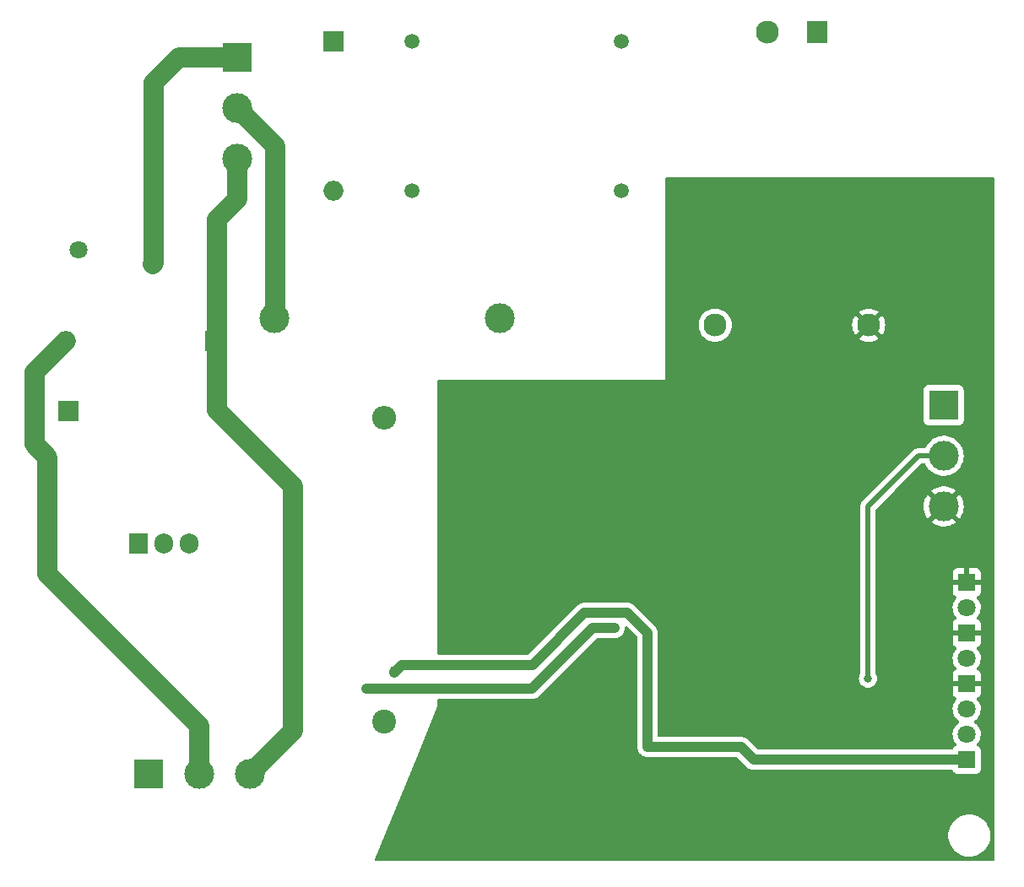
<source format=gbl>
%TF.GenerationSoftware,KiCad,Pcbnew,(6.0.4)*%
%TF.CreationDate,2022-05-12T18:27:44+02:00*%
%TF.ProjectId,projekt_1,70726f6a-656b-4745-9f31-2e6b69636164,rev?*%
%TF.SameCoordinates,Original*%
%TF.FileFunction,Copper,L2,Bot*%
%TF.FilePolarity,Positive*%
%FSLAX46Y46*%
G04 Gerber Fmt 4.6, Leading zero omitted, Abs format (unit mm)*
G04 Created by KiCad (PCBNEW (6.0.4)) date 2022-05-12 18:27:44*
%MOMM*%
%LPD*%
G01*
G04 APERTURE LIST*
%TA.AperFunction,ComponentPad*%
%ADD10C,3.000000*%
%TD*%
%TA.AperFunction,ComponentPad*%
%ADD11O,1.905000X2.000000*%
%TD*%
%TA.AperFunction,ComponentPad*%
%ADD12R,1.905000X2.000000*%
%TD*%
%TA.AperFunction,ComponentPad*%
%ADD13R,1.800000X1.800000*%
%TD*%
%TA.AperFunction,ComponentPad*%
%ADD14C,1.800000*%
%TD*%
%TA.AperFunction,ComponentPad*%
%ADD15R,3.000000X3.000000*%
%TD*%
%TA.AperFunction,ComponentPad*%
%ADD16C,1.500000*%
%TD*%
%TA.AperFunction,ComponentPad*%
%ADD17R,2.000000X2.000000*%
%TD*%
%TA.AperFunction,ComponentPad*%
%ADD18O,2.000000X2.000000*%
%TD*%
%TA.AperFunction,ComponentPad*%
%ADD19C,2.400000*%
%TD*%
%TA.AperFunction,ComponentPad*%
%ADD20O,2.400000X2.400000*%
%TD*%
%TA.AperFunction,ComponentPad*%
%ADD21R,2.000000X2.300000*%
%TD*%
%TA.AperFunction,ComponentPad*%
%ADD22C,2.300000*%
%TD*%
%TA.AperFunction,ViaPad*%
%ADD23C,0.800000*%
%TD*%
%TA.AperFunction,ViaPad*%
%ADD24C,1.000000*%
%TD*%
%TA.AperFunction,Conductor*%
%ADD25C,0.500000*%
%TD*%
%TA.AperFunction,Conductor*%
%ADD26C,2.000000*%
%TD*%
%TA.AperFunction,Conductor*%
%ADD27C,1.000000*%
%TD*%
G04 APERTURE END LIST*
D10*
%TO.P,F2,1*%
%TO.N,Net-(F1-Pad2)*%
X72260000Y-49733200D03*
%TO.P,F2,2*%
%TO.N,Net-(F2-Pad2)*%
X49660000Y-49733200D03*
%TD*%
D11*
%TO.P,Q2,3,G*%
%TO.N,Net-(Q2-Pad3)*%
X41122600Y-72263200D03*
%TO.P,Q2,2,A2*%
%TO.N,/L*%
X38582600Y-72263200D03*
D12*
%TO.P,Q2,1,A1*%
%TO.N,Net-(C3-Pad2)*%
X36042600Y-72263200D03*
%TD*%
D13*
%TO.P,D2,1,K*%
%TO.N,GND*%
X119126000Y-81280000D03*
D14*
%TO.P,D2,2,A*%
%TO.N,Net-(D2-Pad2)*%
X119126000Y-83820000D03*
%TD*%
D13*
%TO.P,D3,1,K*%
%TO.N,/Drain*%
X119126000Y-93980000D03*
D14*
%TO.P,D3,2,A*%
%TO.N,Net-(D3-Pad2)*%
X119126000Y-91440000D03*
%TD*%
D13*
%TO.P,D4,1,K*%
%TO.N,GND*%
X119126000Y-76195000D03*
D14*
%TO.P,D4,2,A*%
%TO.N,Net-(D4-Pad2)*%
X119126000Y-78735000D03*
%TD*%
D15*
%TO.P,J1,1,Pin_1*%
%TO.N,+5V*%
X116814600Y-58420000D03*
D10*
%TO.P,J1,2,Pin_2*%
%TO.N,/OneWire*%
X116814600Y-63500000D03*
%TO.P,J1,3,Pin_3*%
%TO.N,GND*%
X116814600Y-68580000D03*
%TD*%
D16*
%TO.P,FL1,1,N1_1*%
%TO.N,/N*%
X63510000Y-21913200D03*
%TO.P,FL1,2,N1_2*%
%TO.N,/L*%
X63510000Y-36913200D03*
%TO.P,FL1,3,N2_1*%
%TO.N,Net-(FL1-Pad3)*%
X84510000Y-36913200D03*
%TO.P,FL1,4,N2_2*%
%TO.N,Net-(FL1-Pad4)*%
X84510000Y-21913200D03*
%TD*%
D13*
%TO.P,D1,1,K*%
%TO.N,GND*%
X119126000Y-86355000D03*
D14*
%TO.P,D1,2,A*%
%TO.N,Net-(D1-Pad2)*%
X119126000Y-88895000D03*
%TD*%
D17*
%TO.P,C2xclass3,1*%
%TO.N,/L*%
X29050600Y-59043700D03*
D18*
%TO.P,C2xclass3,2*%
%TO.N,Earth_Protective*%
X44050600Y-59043700D03*
%TD*%
D15*
%TO.P,J3,1,Pin_1*%
%TO.N,Net-(C3-Pad2)*%
X37058600Y-95453200D03*
D10*
%TO.P,J3,2,Pin_2*%
%TO.N,/N*%
X42138600Y-95453200D03*
%TO.P,J3,3,Pin_3*%
%TO.N,Earth_Protective*%
X47218600Y-95453200D03*
%TD*%
D18*
%TO.P,C2xclass2,2*%
%TO.N,/N*%
X28796600Y-51954700D03*
D17*
%TO.P,C2xclass2,1*%
%TO.N,Earth_Protective*%
X43796600Y-51954700D03*
%TD*%
D10*
%TO.P,J6,3,Pin_3*%
%TO.N,Earth_Protective*%
X45948600Y-33655200D03*
%TO.P,J6,2,Pin_2*%
%TO.N,Net-(F2-Pad2)*%
X45948600Y-28575200D03*
D15*
%TO.P,J6,1,Pin_1*%
%TO.N,/N*%
X45948600Y-23495200D03*
%TD*%
D19*
%TO.P,F1,1*%
%TO.N,/L*%
X60706000Y-90170000D03*
D20*
%TO.P,F1,2*%
%TO.N,Net-(F1-Pad2)*%
X60706000Y-59690000D03*
%TD*%
D14*
%TO.P,RV1,2*%
%TO.N,/L*%
X30006600Y-42861200D03*
%TO.P,RV1,1*%
%TO.N,/N*%
X37506600Y-44261200D03*
%TD*%
D21*
%TO.P,PS1,1,AC/L*%
%TO.N,Net-(FL1-Pad3)*%
X104100000Y-20997500D03*
D22*
%TO.P,PS1,2,AC/N*%
%TO.N,Net-(FL1-Pad4)*%
X99100000Y-20997500D03*
%TO.P,PS1,3,-Vout*%
%TO.N,GND*%
X109300000Y-50397500D03*
%TO.P,PS1,4,+Vout*%
%TO.N,+5V*%
X93900000Y-50397500D03*
%TD*%
D17*
%TO.P,C2xclass1,1*%
%TO.N,/N*%
X55637500Y-21913200D03*
D18*
%TO.P,C2xclass1,2*%
%TO.N,/L*%
X55637500Y-36913200D03*
%TD*%
D23*
%TO.N,GND*%
X64490600Y-95885200D03*
X92684600Y-100965200D03*
X103098600Y-100711200D03*
X96748600Y-82423200D03*
X100304600Y-54483200D03*
X117068600Y-49911200D03*
X101574600Y-45847200D03*
X115290600Y-40259200D03*
X93954600Y-39751200D03*
X85826600Y-59563200D03*
X97002600Y-100457200D03*
X110210600Y-102997200D03*
X117322600Y-96901200D03*
X112242600Y-78359200D03*
X114274600Y-73279200D03*
X96494600Y-67437200D03*
X110718600Y-62357200D03*
X79476600Y-73279200D03*
X85826600Y-69977200D03*
X79222600Y-63373200D03*
X83540600Y-91059200D03*
X82270600Y-85725200D03*
X77444600Y-91313200D03*
X62712600Y-100203200D03*
X72364600Y-100457200D03*
X68554600Y-102997200D03*
X66776600Y-100965200D03*
X113258600Y-100457200D03*
X74930000Y-102489200D03*
X108940600Y-96393200D03*
%TO.N,/Drain*%
X87122000Y-92710000D03*
D24*
X61696600Y-85090000D03*
D23*
%TO.N,/OneWire*%
X109220000Y-85852000D03*
%TO.N,Net-(R5-Pad1)*%
X83820000Y-80772000D03*
D24*
X58928000Y-86868000D03*
%TD*%
D25*
%TO.N,/OneWire*%
X114300000Y-63500000D02*
X116814600Y-63500000D01*
X109220000Y-68580000D02*
X114300000Y-63500000D01*
X109220000Y-85852000D02*
X109220000Y-68580000D01*
D26*
%TO.N,Earth_Protective*%
X51536600Y-91135200D02*
X47218600Y-95453200D01*
X44050600Y-59043700D02*
X51536600Y-66529700D01*
X51536600Y-66529700D02*
X51536600Y-91135200D01*
%TO.N,/N*%
X26898600Y-75311200D02*
X42138600Y-90551200D01*
X26898600Y-63627200D02*
X26898600Y-75311200D01*
X25617100Y-55134200D02*
X25617100Y-62345700D01*
X25617100Y-62345700D02*
X26898600Y-63627200D01*
X28796600Y-51954700D02*
X25617100Y-55134200D01*
X42138600Y-90551200D02*
X42138600Y-95453200D01*
X37566600Y-26035200D02*
X40106600Y-23495200D01*
X37566600Y-44201200D02*
X37566600Y-26035200D01*
X37506600Y-44261200D02*
X37566600Y-44201200D01*
X40106600Y-23495200D02*
X45948600Y-23495200D01*
%TO.N,Earth_Protective*%
X43916600Y-58909700D02*
X43916600Y-52074700D01*
X43916600Y-52074700D02*
X43796600Y-51954700D01*
X44050600Y-59043700D02*
X43916600Y-58909700D01*
X43916600Y-51834700D02*
X43796600Y-51954700D01*
X43916600Y-39751200D02*
X43916600Y-51834700D01*
X45948600Y-33655200D02*
X45948600Y-37719200D01*
X45948600Y-37719200D02*
X43916600Y-39751200D01*
%TO.N,Net-(F2-Pad2)*%
X49758600Y-32385200D02*
X49758600Y-49634600D01*
X49758600Y-49634600D02*
X49660000Y-49733200D01*
X45948600Y-28575200D02*
X49758600Y-32385200D01*
D27*
%TO.N,/Drain*%
X61696600Y-85217200D02*
X62458600Y-84455200D01*
X87122000Y-92710000D02*
X96494600Y-92710000D01*
X75564800Y-84455200D02*
X80772000Y-79248000D01*
X96494600Y-92710000D02*
X97764600Y-93980000D01*
D25*
X61696600Y-85217200D02*
X61696600Y-85090000D01*
D27*
X80772000Y-79248000D02*
X85090000Y-79248000D01*
X97764600Y-93980000D02*
X119126000Y-93980000D01*
X62458600Y-84455200D02*
X75564800Y-84455200D01*
X87122000Y-81280000D02*
X87122000Y-92710000D01*
X85090000Y-79248000D02*
X87122000Y-81280000D01*
%TO.N,Net-(R5-Pad1)*%
X58928000Y-86868000D02*
X75539800Y-86868000D01*
X81635800Y-80772000D02*
X83820000Y-80772000D01*
X75539800Y-86868000D02*
X81635800Y-80772000D01*
%TD*%
%TA.AperFunction,Conductor*%
%TO.N,GND*%
G36*
X85027733Y-80614305D02*
G01*
X85043286Y-80627521D01*
X86076595Y-81660829D01*
X86110620Y-81723141D01*
X86113500Y-81749924D01*
X86113500Y-92650127D01*
X86112810Y-92663297D01*
X86108645Y-92702925D01*
X86113218Y-92753173D01*
X86113500Y-92757207D01*
X86113500Y-92759769D01*
X86113800Y-92762827D01*
X86113800Y-92762831D01*
X86117895Y-92804596D01*
X86117977Y-92805471D01*
X86126570Y-92899888D01*
X86127573Y-92903297D01*
X86127920Y-92906833D01*
X86129700Y-92912727D01*
X86155334Y-92997630D01*
X86155561Y-92998390D01*
X86182410Y-93089619D01*
X86184058Y-93092772D01*
X86185084Y-93096169D01*
X86187971Y-93101599D01*
X86187972Y-93101601D01*
X86229669Y-93180022D01*
X86230016Y-93180681D01*
X86274040Y-93264890D01*
X86276265Y-93267658D01*
X86277934Y-93270796D01*
X86281831Y-93275574D01*
X86337941Y-93344372D01*
X86338494Y-93345056D01*
X86394102Y-93414218D01*
X86394108Y-93414224D01*
X86397968Y-93419025D01*
X86400689Y-93421308D01*
X86402935Y-93424062D01*
X86407682Y-93427989D01*
X86407684Y-93427991D01*
X86435949Y-93451373D01*
X86476136Y-93484619D01*
X86476671Y-93485065D01*
X86549474Y-93546154D01*
X86552589Y-93547866D01*
X86555325Y-93550130D01*
X86562605Y-93554066D01*
X86638865Y-93595300D01*
X86639603Y-93595702D01*
X86722787Y-93641433D01*
X86726170Y-93642506D01*
X86729299Y-93644198D01*
X86820002Y-93672275D01*
X86820842Y-93672538D01*
X86905435Y-93699373D01*
X86905439Y-93699374D01*
X86911306Y-93701235D01*
X86914837Y-93701631D01*
X86918232Y-93702682D01*
X87012707Y-93712611D01*
X87013421Y-93712689D01*
X87065227Y-93718500D01*
X87067800Y-93718500D01*
X87071776Y-93718820D01*
X87108796Y-93722711D01*
X87108798Y-93722711D01*
X87114925Y-93723355D01*
X87162570Y-93719019D01*
X87173990Y-93718500D01*
X88900000Y-93718500D01*
X88900000Y-104140000D01*
X59877810Y-104140000D01*
X59809689Y-104119998D01*
X59763196Y-104066342D01*
X59753092Y-103996068D01*
X59761222Y-103966218D01*
X63959346Y-93722796D01*
X66040000Y-88646000D01*
X66040000Y-88002500D01*
X66060002Y-87934379D01*
X66113658Y-87887886D01*
X66166000Y-87876500D01*
X75477957Y-87876500D01*
X75491564Y-87877237D01*
X75523062Y-87880659D01*
X75523067Y-87880659D01*
X75529188Y-87881324D01*
X75555438Y-87879027D01*
X75579188Y-87876950D01*
X75584014Y-87876621D01*
X75586486Y-87876500D01*
X75589569Y-87876500D01*
X75601538Y-87875326D01*
X75632306Y-87872310D01*
X75633619Y-87872188D01*
X75677884Y-87868315D01*
X75726213Y-87864087D01*
X75731332Y-87862600D01*
X75736633Y-87862080D01*
X75825634Y-87835209D01*
X75826767Y-87834874D01*
X75910214Y-87810630D01*
X75910218Y-87810628D01*
X75916136Y-87808909D01*
X75920868Y-87806456D01*
X75925969Y-87804916D01*
X75936281Y-87799433D01*
X76008060Y-87761269D01*
X76009226Y-87760657D01*
X76086253Y-87720729D01*
X76091726Y-87717892D01*
X76095889Y-87714569D01*
X76100596Y-87712066D01*
X76172718Y-87653245D01*
X76173574Y-87652554D01*
X76212773Y-87621262D01*
X76215277Y-87618758D01*
X76215995Y-87618116D01*
X76220328Y-87614415D01*
X76253862Y-87587065D01*
X76283088Y-87551737D01*
X76291077Y-87542958D01*
X82016629Y-81817405D01*
X82078941Y-81783379D01*
X82105724Y-81780500D01*
X83869769Y-81780500D01*
X83872825Y-81780200D01*
X83872832Y-81780200D01*
X83931340Y-81774463D01*
X84016833Y-81766080D01*
X84022734Y-81764298D01*
X84022736Y-81764298D01*
X84096053Y-81742162D01*
X84206169Y-81708916D01*
X84380796Y-81616066D01*
X84467062Y-81545709D01*
X84529287Y-81494960D01*
X84529290Y-81494957D01*
X84534062Y-81491065D01*
X84537991Y-81486316D01*
X84656201Y-81343425D01*
X84656203Y-81343421D01*
X84660130Y-81338675D01*
X84754198Y-81164701D01*
X84812682Y-80975768D01*
X84820126Y-80904940D01*
X84832711Y-80785204D01*
X84832711Y-80785202D01*
X84833355Y-80779075D01*
X84828710Y-80728036D01*
X84842455Y-80658383D01*
X84891676Y-80607218D01*
X84960745Y-80590787D01*
X85027733Y-80614305D01*
G37*
%TD.AperFunction*%
%TA.AperFunction,Conductor*%
G36*
X88900000Y-91701500D02*
G01*
X88256500Y-91701500D01*
X88188379Y-91681498D01*
X88141886Y-91627842D01*
X88130500Y-91575500D01*
X88130500Y-81341843D01*
X88131237Y-81328236D01*
X88134659Y-81296738D01*
X88134659Y-81296733D01*
X88135324Y-81290612D01*
X88130950Y-81240612D01*
X88130621Y-81235786D01*
X88130500Y-81233314D01*
X88130500Y-81230231D01*
X88129326Y-81218262D01*
X88126310Y-81187494D01*
X88126188Y-81186181D01*
X88118623Y-81099718D01*
X88118087Y-81093587D01*
X88116600Y-81088468D01*
X88116080Y-81083167D01*
X88089209Y-80994166D01*
X88088874Y-80993033D01*
X88064630Y-80909586D01*
X88064628Y-80909582D01*
X88062909Y-80903664D01*
X88060456Y-80898932D01*
X88058916Y-80893831D01*
X88015269Y-80811740D01*
X88014657Y-80810574D01*
X87974729Y-80733547D01*
X87971892Y-80728074D01*
X87968569Y-80723911D01*
X87966066Y-80719204D01*
X87907245Y-80647082D01*
X87906554Y-80646226D01*
X87875262Y-80607027D01*
X87872758Y-80604523D01*
X87872116Y-80603805D01*
X87868415Y-80599472D01*
X87841065Y-80565938D01*
X87805737Y-80536712D01*
X87796958Y-80528723D01*
X85846855Y-78578621D01*
X85837753Y-78568478D01*
X85817897Y-78543782D01*
X85814032Y-78538975D01*
X85775578Y-78506708D01*
X85771931Y-78503528D01*
X85770119Y-78501885D01*
X85767925Y-78499691D01*
X85734651Y-78472358D01*
X85733853Y-78471696D01*
X85662526Y-78411846D01*
X85657856Y-78409278D01*
X85653739Y-78405897D01*
X85571914Y-78362023D01*
X85570755Y-78361394D01*
X85494619Y-78319538D01*
X85494611Y-78319535D01*
X85489213Y-78316567D01*
X85484131Y-78314955D01*
X85479437Y-78312438D01*
X85390469Y-78285238D01*
X85389441Y-78284918D01*
X85300694Y-78256765D01*
X85295398Y-78256171D01*
X85290302Y-78254613D01*
X85197743Y-78245210D01*
X85196607Y-78245089D01*
X85162992Y-78241319D01*
X85150270Y-78239892D01*
X85150266Y-78239892D01*
X85146773Y-78239500D01*
X85143246Y-78239500D01*
X85142261Y-78239445D01*
X85136581Y-78238998D01*
X85107175Y-78236011D01*
X85099663Y-78235248D01*
X85099661Y-78235248D01*
X85093538Y-78234626D01*
X85051259Y-78238623D01*
X85047891Y-78238941D01*
X85036033Y-78239500D01*
X80833843Y-78239500D01*
X80820236Y-78238763D01*
X80788738Y-78235341D01*
X80788733Y-78235341D01*
X80782612Y-78234676D01*
X80756362Y-78236973D01*
X80732612Y-78239050D01*
X80727786Y-78239379D01*
X80725314Y-78239500D01*
X80722231Y-78239500D01*
X80710262Y-78240674D01*
X80679494Y-78243690D01*
X80678181Y-78243812D01*
X80633916Y-78247685D01*
X80585587Y-78251913D01*
X80580468Y-78253400D01*
X80575167Y-78253920D01*
X80486166Y-78280791D01*
X80485033Y-78281126D01*
X80401586Y-78305370D01*
X80401582Y-78305372D01*
X80395664Y-78307091D01*
X80390932Y-78309544D01*
X80385831Y-78311084D01*
X80380388Y-78313978D01*
X80303740Y-78354731D01*
X80302574Y-78355343D01*
X80225547Y-78395271D01*
X80220074Y-78398108D01*
X80215911Y-78401431D01*
X80211204Y-78403934D01*
X80139082Y-78462755D01*
X80138226Y-78463446D01*
X80099027Y-78494738D01*
X80096523Y-78497242D01*
X80095805Y-78497884D01*
X80091472Y-78501585D01*
X80057938Y-78528935D01*
X80054011Y-78533682D01*
X80054009Y-78533684D01*
X80028713Y-78564262D01*
X80020723Y-78573042D01*
X77599470Y-80994296D01*
X75183971Y-83409795D01*
X75121659Y-83443821D01*
X75094876Y-83446700D01*
X66166000Y-83446700D01*
X66097879Y-83426698D01*
X66051386Y-83373042D01*
X66040000Y-83320700D01*
X66040000Y-56006000D01*
X66060002Y-55937879D01*
X66113658Y-55891386D01*
X66166000Y-55880000D01*
X88900000Y-55880000D01*
X88900000Y-91701500D01*
G37*
%TD.AperFunction*%
%TD*%
%TA.AperFunction,Conductor*%
%TO.N,GND*%
G36*
X121862121Y-35580002D02*
G01*
X121908614Y-35633658D01*
X121920000Y-35686000D01*
X121920000Y-104014000D01*
X121899998Y-104082121D01*
X121846342Y-104128614D01*
X121794000Y-104140000D01*
X88900000Y-104140000D01*
X88900000Y-101732703D01*
X117270743Y-101732703D01*
X117308268Y-102017734D01*
X117384129Y-102295036D01*
X117496923Y-102559476D01*
X117644561Y-102806161D01*
X117824313Y-103030528D01*
X118032851Y-103228423D01*
X118266317Y-103396186D01*
X118270112Y-103398195D01*
X118270113Y-103398196D01*
X118291869Y-103409715D01*
X118520392Y-103530712D01*
X118790373Y-103629511D01*
X119071264Y-103690755D01*
X119099841Y-103693004D01*
X119294282Y-103708307D01*
X119294291Y-103708307D01*
X119296739Y-103708500D01*
X119452271Y-103708500D01*
X119454407Y-103708354D01*
X119454418Y-103708354D01*
X119662548Y-103694165D01*
X119662554Y-103694164D01*
X119666825Y-103693873D01*
X119671020Y-103693004D01*
X119671022Y-103693004D01*
X119807584Y-103664723D01*
X119948342Y-103635574D01*
X120219343Y-103539607D01*
X120474812Y-103407750D01*
X120478313Y-103405289D01*
X120478317Y-103405287D01*
X120592418Y-103325095D01*
X120710023Y-103242441D01*
X120920622Y-103046740D01*
X121102713Y-102824268D01*
X121252927Y-102579142D01*
X121368483Y-102315898D01*
X121447244Y-102039406D01*
X121487751Y-101754784D01*
X121487845Y-101736951D01*
X121489235Y-101471583D01*
X121489235Y-101471576D01*
X121489257Y-101467297D01*
X121451732Y-101182266D01*
X121375871Y-100904964D01*
X121263077Y-100640524D01*
X121115439Y-100393839D01*
X120935687Y-100169472D01*
X120727149Y-99971577D01*
X120493683Y-99803814D01*
X120471843Y-99792250D01*
X120448654Y-99779972D01*
X120239608Y-99669288D01*
X119969627Y-99570489D01*
X119688736Y-99509245D01*
X119657685Y-99506801D01*
X119465718Y-99491693D01*
X119465709Y-99491693D01*
X119463261Y-99491500D01*
X119307729Y-99491500D01*
X119305593Y-99491646D01*
X119305582Y-99491646D01*
X119097452Y-99505835D01*
X119097446Y-99505836D01*
X119093175Y-99506127D01*
X119088980Y-99506996D01*
X119088978Y-99506996D01*
X118952416Y-99535277D01*
X118811658Y-99564426D01*
X118540657Y-99660393D01*
X118285188Y-99792250D01*
X118281687Y-99794711D01*
X118281683Y-99794713D01*
X118271594Y-99801804D01*
X118049977Y-99957559D01*
X117839378Y-100153260D01*
X117657287Y-100375732D01*
X117507073Y-100620858D01*
X117391517Y-100884102D01*
X117312756Y-101160594D01*
X117272249Y-101445216D01*
X117272227Y-101449505D01*
X117272226Y-101449512D01*
X117270765Y-101728417D01*
X117270743Y-101732703D01*
X88900000Y-101732703D01*
X88900000Y-93718500D01*
X96024674Y-93718500D01*
X96092795Y-93738502D01*
X96113769Y-93755404D01*
X97007749Y-94649383D01*
X97016851Y-94659527D01*
X97040568Y-94689025D01*
X97079056Y-94721320D01*
X97082675Y-94724478D01*
X97084490Y-94726124D01*
X97086675Y-94728309D01*
X97089055Y-94730264D01*
X97089065Y-94730273D01*
X97119836Y-94755549D01*
X97120851Y-94756391D01*
X97192074Y-94816154D01*
X97196748Y-94818723D01*
X97200861Y-94822102D01*
X97206298Y-94825017D01*
X97206299Y-94825018D01*
X97282647Y-94865955D01*
X97283777Y-94866568D01*
X97365387Y-94911433D01*
X97370469Y-94913045D01*
X97375163Y-94915562D01*
X97464131Y-94942762D01*
X97465159Y-94943082D01*
X97553906Y-94971235D01*
X97559202Y-94971829D01*
X97564298Y-94973387D01*
X97656857Y-94982790D01*
X97657993Y-94982911D01*
X97691608Y-94986681D01*
X97704330Y-94988108D01*
X97704334Y-94988108D01*
X97707827Y-94988500D01*
X97711354Y-94988500D01*
X97712339Y-94988555D01*
X97718019Y-94989002D01*
X97747425Y-94991989D01*
X97754937Y-94992752D01*
X97754939Y-94992752D01*
X97761062Y-94993374D01*
X97806708Y-94989059D01*
X97818567Y-94988500D01*
X117636246Y-94988500D01*
X117704367Y-95008502D01*
X117750860Y-95062158D01*
X117754228Y-95070270D01*
X117775385Y-95126705D01*
X117862739Y-95243261D01*
X117979295Y-95330615D01*
X118115684Y-95381745D01*
X118177866Y-95388500D01*
X120074134Y-95388500D01*
X120136316Y-95381745D01*
X120272705Y-95330615D01*
X120389261Y-95243261D01*
X120476615Y-95126705D01*
X120527745Y-94990316D01*
X120534500Y-94928134D01*
X120534500Y-93031866D01*
X120527745Y-92969684D01*
X120476615Y-92833295D01*
X120389261Y-92716739D01*
X120272705Y-92629385D01*
X120264296Y-92626233D01*
X120264295Y-92626232D01*
X120205804Y-92604305D01*
X120149039Y-92561664D01*
X120124339Y-92495103D01*
X120139546Y-92425754D01*
X120161093Y-92397073D01*
X120198636Y-92359660D01*
X120198640Y-92359655D01*
X120202303Y-92356005D01*
X120337458Y-92167917D01*
X120384641Y-92072450D01*
X120437784Y-91964922D01*
X120437785Y-91964920D01*
X120440078Y-91960280D01*
X120507408Y-91738671D01*
X120537640Y-91509041D01*
X120539327Y-91440000D01*
X120533032Y-91363434D01*
X120520773Y-91214318D01*
X120520772Y-91214312D01*
X120520349Y-91209167D01*
X120463925Y-90984533D01*
X120461866Y-90979797D01*
X120373630Y-90776868D01*
X120373628Y-90776865D01*
X120371570Y-90772131D01*
X120245764Y-90577665D01*
X120089887Y-90406358D01*
X120085836Y-90403159D01*
X120085832Y-90403155D01*
X119909750Y-90264095D01*
X119868687Y-90206178D01*
X119865455Y-90135255D01*
X119901080Y-90073844D01*
X119914671Y-90062637D01*
X120038243Y-89974494D01*
X120202303Y-89811005D01*
X120337458Y-89622917D01*
X120384641Y-89527450D01*
X120437784Y-89419922D01*
X120437785Y-89419920D01*
X120440078Y-89415280D01*
X120507408Y-89193671D01*
X120537640Y-88964041D01*
X120539327Y-88895000D01*
X120533032Y-88818434D01*
X120520773Y-88669318D01*
X120520772Y-88669312D01*
X120520349Y-88664167D01*
X120463925Y-88439533D01*
X120461866Y-88434797D01*
X120373630Y-88231868D01*
X120373628Y-88231865D01*
X120371570Y-88227131D01*
X120245764Y-88032665D01*
X120155486Y-87933450D01*
X120124434Y-87869605D01*
X120132829Y-87799106D01*
X120178005Y-87744338D01*
X120204449Y-87730669D01*
X120264054Y-87708324D01*
X120279649Y-87699786D01*
X120381724Y-87623285D01*
X120394285Y-87610724D01*
X120470786Y-87508649D01*
X120479324Y-87493054D01*
X120524478Y-87372606D01*
X120528105Y-87357351D01*
X120533631Y-87306486D01*
X120534000Y-87299672D01*
X120534000Y-86627115D01*
X120529525Y-86611876D01*
X120528135Y-86610671D01*
X120520452Y-86609000D01*
X117736116Y-86609000D01*
X117720877Y-86613475D01*
X117719672Y-86614865D01*
X117718001Y-86622548D01*
X117718001Y-87299669D01*
X117718371Y-87306490D01*
X117723895Y-87357352D01*
X117727521Y-87372604D01*
X117772676Y-87493054D01*
X117781214Y-87508649D01*
X117857715Y-87610724D01*
X117870276Y-87623285D01*
X117972351Y-87699786D01*
X117987946Y-87708324D01*
X118047540Y-87730665D01*
X118104304Y-87773307D01*
X118129004Y-87839868D01*
X118113796Y-87909217D01*
X118094404Y-87935698D01*
X118027639Y-88005564D01*
X118024725Y-88009836D01*
X118024724Y-88009837D01*
X118009152Y-88032665D01*
X117897119Y-88196899D01*
X117799602Y-88406981D01*
X117737707Y-88630169D01*
X117713095Y-88860469D01*
X117713392Y-88865622D01*
X117713392Y-88865625D01*
X117719067Y-88964041D01*
X117726427Y-89091697D01*
X117727564Y-89096743D01*
X117727565Y-89096749D01*
X117759741Y-89239523D01*
X117777346Y-89317642D01*
X117779288Y-89322424D01*
X117779289Y-89322428D01*
X117862540Y-89527450D01*
X117864484Y-89532237D01*
X117985501Y-89729719D01*
X118137147Y-89904784D01*
X118315349Y-90052730D01*
X118327253Y-90059686D01*
X118375975Y-90111324D01*
X118389046Y-90181107D01*
X118362314Y-90246879D01*
X118339334Y-90269233D01*
X118187655Y-90383117D01*
X118027639Y-90550564D01*
X118024725Y-90554836D01*
X118024724Y-90554837D01*
X118009152Y-90577665D01*
X117897119Y-90741899D01*
X117799602Y-90951981D01*
X117737707Y-91175169D01*
X117713095Y-91405469D01*
X117713392Y-91410622D01*
X117713392Y-91410625D01*
X117719067Y-91509041D01*
X117726427Y-91636697D01*
X117727564Y-91641743D01*
X117727565Y-91641749D01*
X117751303Y-91747079D01*
X117777346Y-91862642D01*
X117779288Y-91867424D01*
X117779289Y-91867428D01*
X117820415Y-91968709D01*
X117864484Y-92077237D01*
X117985501Y-92274719D01*
X117988882Y-92278622D01*
X118097304Y-92403788D01*
X118126786Y-92468373D01*
X118116671Y-92538646D01*
X118070170Y-92592294D01*
X118046296Y-92604267D01*
X117990515Y-92625179D01*
X117979295Y-92629385D01*
X117862739Y-92716739D01*
X117775385Y-92833295D01*
X117772233Y-92841703D01*
X117754228Y-92889730D01*
X117711586Y-92946495D01*
X117645024Y-92971194D01*
X117636246Y-92971500D01*
X98234526Y-92971500D01*
X98166405Y-92951498D01*
X98145431Y-92934596D01*
X97251451Y-92040617D01*
X97242349Y-92030473D01*
X97222497Y-92005782D01*
X97218632Y-92000975D01*
X97180178Y-91968708D01*
X97176531Y-91965528D01*
X97174719Y-91963885D01*
X97172525Y-91961691D01*
X97139251Y-91934358D01*
X97138453Y-91933696D01*
X97067126Y-91873846D01*
X97062456Y-91871278D01*
X97058339Y-91867897D01*
X96976514Y-91824023D01*
X96975355Y-91823394D01*
X96899219Y-91781538D01*
X96899211Y-91781535D01*
X96893813Y-91778567D01*
X96888731Y-91776955D01*
X96884037Y-91774438D01*
X96795069Y-91747238D01*
X96794041Y-91746918D01*
X96705294Y-91718765D01*
X96699998Y-91718171D01*
X96694902Y-91716613D01*
X96602343Y-91707210D01*
X96601207Y-91707089D01*
X96567592Y-91703319D01*
X96554870Y-91701892D01*
X96554866Y-91701892D01*
X96551373Y-91701500D01*
X96547846Y-91701500D01*
X96546861Y-91701445D01*
X96541181Y-91700998D01*
X96511775Y-91698011D01*
X96504263Y-91697248D01*
X96504261Y-91697248D01*
X96498138Y-91696626D01*
X96455859Y-91700623D01*
X96452491Y-91700941D01*
X96440633Y-91701500D01*
X88900000Y-91701500D01*
X88900000Y-85852000D01*
X108306496Y-85852000D01*
X108326458Y-86041928D01*
X108385473Y-86223556D01*
X108480960Y-86388944D01*
X108608747Y-86530866D01*
X108763248Y-86643118D01*
X108769276Y-86645802D01*
X108769278Y-86645803D01*
X108931681Y-86718109D01*
X108937712Y-86720794D01*
X109031113Y-86740647D01*
X109118056Y-86759128D01*
X109118061Y-86759128D01*
X109124513Y-86760500D01*
X109315487Y-86760500D01*
X109321939Y-86759128D01*
X109321944Y-86759128D01*
X109408887Y-86740647D01*
X109502288Y-86720794D01*
X109508319Y-86718109D01*
X109670722Y-86645803D01*
X109670724Y-86645802D01*
X109676752Y-86643118D01*
X109831253Y-86530866D01*
X109959040Y-86388944D01*
X110054527Y-86223556D01*
X110113542Y-86041928D01*
X110133504Y-85852000D01*
X110113542Y-85662072D01*
X110054527Y-85480444D01*
X109995381Y-85378000D01*
X109978500Y-85315001D01*
X109978500Y-83785469D01*
X117713095Y-83785469D01*
X117713392Y-83790622D01*
X117713392Y-83790625D01*
X117719067Y-83889041D01*
X117726427Y-84016697D01*
X117727564Y-84021743D01*
X117727565Y-84021749D01*
X117759741Y-84164523D01*
X117777346Y-84242642D01*
X117779288Y-84247424D01*
X117779289Y-84247428D01*
X117862540Y-84452450D01*
X117864484Y-84457237D01*
X117985501Y-84654719D01*
X117988882Y-84658622D01*
X118094384Y-84780417D01*
X118123866Y-84845002D01*
X118113751Y-84915274D01*
X118067250Y-84968923D01*
X118043376Y-84980896D01*
X117987946Y-85001676D01*
X117972351Y-85010214D01*
X117870276Y-85086715D01*
X117857715Y-85099276D01*
X117781214Y-85201351D01*
X117772676Y-85216946D01*
X117727522Y-85337394D01*
X117723895Y-85352649D01*
X117718369Y-85403514D01*
X117718000Y-85410328D01*
X117718000Y-86082885D01*
X117722475Y-86098124D01*
X117723865Y-86099329D01*
X117731548Y-86101000D01*
X120515884Y-86101000D01*
X120531123Y-86096525D01*
X120532328Y-86095135D01*
X120533999Y-86087452D01*
X120533999Y-85410331D01*
X120533629Y-85403510D01*
X120528105Y-85352648D01*
X120524479Y-85337396D01*
X120479324Y-85216946D01*
X120470786Y-85201351D01*
X120394285Y-85099276D01*
X120381724Y-85086715D01*
X120279649Y-85010214D01*
X120264056Y-85001677D01*
X120209059Y-84981059D01*
X120152295Y-84938417D01*
X120127596Y-84871855D01*
X120142804Y-84802506D01*
X120164350Y-84773826D01*
X120198642Y-84739653D01*
X120202303Y-84736005D01*
X120337458Y-84547917D01*
X120384641Y-84452450D01*
X120437784Y-84344922D01*
X120437785Y-84344920D01*
X120440078Y-84340280D01*
X120507408Y-84118671D01*
X120537640Y-83889041D01*
X120539327Y-83820000D01*
X120533032Y-83743434D01*
X120520773Y-83594318D01*
X120520772Y-83594312D01*
X120520349Y-83589167D01*
X120463925Y-83364533D01*
X120461866Y-83359797D01*
X120373630Y-83156868D01*
X120373628Y-83156865D01*
X120371570Y-83152131D01*
X120245764Y-82957665D01*
X120155486Y-82858450D01*
X120124434Y-82794605D01*
X120132829Y-82724106D01*
X120178005Y-82669338D01*
X120204449Y-82655669D01*
X120264054Y-82633324D01*
X120279649Y-82624786D01*
X120381724Y-82548285D01*
X120394285Y-82535724D01*
X120470786Y-82433649D01*
X120479324Y-82418054D01*
X120524478Y-82297606D01*
X120528105Y-82282351D01*
X120533631Y-82231486D01*
X120534000Y-82224672D01*
X120534000Y-81552115D01*
X120529525Y-81536876D01*
X120528135Y-81535671D01*
X120520452Y-81534000D01*
X117736116Y-81534000D01*
X117720877Y-81538475D01*
X117719672Y-81539865D01*
X117718001Y-81547548D01*
X117718001Y-82224669D01*
X117718371Y-82231490D01*
X117723895Y-82282352D01*
X117727521Y-82297604D01*
X117772676Y-82418054D01*
X117781214Y-82433649D01*
X117857715Y-82535724D01*
X117870276Y-82548285D01*
X117972351Y-82624786D01*
X117987946Y-82633324D01*
X118047540Y-82655665D01*
X118104304Y-82698307D01*
X118129004Y-82764868D01*
X118113796Y-82834217D01*
X118094404Y-82860698D01*
X118027639Y-82930564D01*
X118024725Y-82934836D01*
X118024724Y-82934837D01*
X118009152Y-82957665D01*
X117897119Y-83121899D01*
X117799602Y-83331981D01*
X117737707Y-83555169D01*
X117713095Y-83785469D01*
X109978500Y-83785469D01*
X109978500Y-78700469D01*
X117713095Y-78700469D01*
X117713392Y-78705622D01*
X117713392Y-78705625D01*
X117719067Y-78804041D01*
X117726427Y-78931697D01*
X117727564Y-78936743D01*
X117727565Y-78936749D01*
X117759741Y-79079523D01*
X117777346Y-79157642D01*
X117779288Y-79162424D01*
X117779289Y-79162428D01*
X117862540Y-79367450D01*
X117864484Y-79372237D01*
X117985501Y-79569719D01*
X117988882Y-79573622D01*
X118100923Y-79702966D01*
X118130405Y-79767551D01*
X118120290Y-79837824D01*
X118073789Y-79891472D01*
X118049914Y-79903445D01*
X117987948Y-79926675D01*
X117972351Y-79935214D01*
X117870276Y-80011715D01*
X117857715Y-80024276D01*
X117781214Y-80126351D01*
X117772676Y-80141946D01*
X117727522Y-80262394D01*
X117723895Y-80277649D01*
X117718369Y-80328514D01*
X117718000Y-80335328D01*
X117718000Y-81007885D01*
X117722475Y-81023124D01*
X117723865Y-81024329D01*
X117731548Y-81026000D01*
X120515884Y-81026000D01*
X120531123Y-81021525D01*
X120532328Y-81020135D01*
X120533999Y-81012452D01*
X120533999Y-80335331D01*
X120533629Y-80328510D01*
X120528105Y-80277648D01*
X120524479Y-80262396D01*
X120479324Y-80141946D01*
X120470786Y-80126351D01*
X120394285Y-80024276D01*
X120381724Y-80011715D01*
X120279649Y-79935214D01*
X120264052Y-79926675D01*
X120201769Y-79903326D01*
X120145004Y-79860685D01*
X120120304Y-79794123D01*
X120135511Y-79724774D01*
X120157058Y-79696094D01*
X120198636Y-79654660D01*
X120198640Y-79654655D01*
X120202303Y-79651005D01*
X120337458Y-79462917D01*
X120384641Y-79367450D01*
X120437784Y-79259922D01*
X120437785Y-79259920D01*
X120440078Y-79255280D01*
X120507408Y-79033671D01*
X120537640Y-78804041D01*
X120539327Y-78735000D01*
X120533032Y-78658434D01*
X120520773Y-78509318D01*
X120520772Y-78509312D01*
X120520349Y-78504167D01*
X120463925Y-78279533D01*
X120461866Y-78274797D01*
X120373630Y-78071868D01*
X120373628Y-78071865D01*
X120371570Y-78067131D01*
X120245764Y-77872665D01*
X120155486Y-77773450D01*
X120124434Y-77709605D01*
X120132829Y-77639106D01*
X120178005Y-77584338D01*
X120204449Y-77570669D01*
X120264054Y-77548324D01*
X120279649Y-77539786D01*
X120381724Y-77463285D01*
X120394285Y-77450724D01*
X120470786Y-77348649D01*
X120479324Y-77333054D01*
X120524478Y-77212606D01*
X120528105Y-77197351D01*
X120533631Y-77146486D01*
X120534000Y-77139672D01*
X120534000Y-76467115D01*
X120529525Y-76451876D01*
X120528135Y-76450671D01*
X120520452Y-76449000D01*
X117736116Y-76449000D01*
X117720877Y-76453475D01*
X117719672Y-76454865D01*
X117718001Y-76462548D01*
X117718001Y-77139669D01*
X117718371Y-77146490D01*
X117723895Y-77197352D01*
X117727521Y-77212604D01*
X117772676Y-77333054D01*
X117781214Y-77348649D01*
X117857715Y-77450724D01*
X117870276Y-77463285D01*
X117972351Y-77539786D01*
X117987946Y-77548324D01*
X118047540Y-77570665D01*
X118104304Y-77613307D01*
X118129004Y-77679868D01*
X118113796Y-77749217D01*
X118094404Y-77775698D01*
X118027639Y-77845564D01*
X118024725Y-77849836D01*
X118024724Y-77849837D01*
X118009152Y-77872665D01*
X117897119Y-78036899D01*
X117799602Y-78246981D01*
X117737707Y-78470169D01*
X117713095Y-78700469D01*
X109978500Y-78700469D01*
X109978500Y-75922885D01*
X117718000Y-75922885D01*
X117722475Y-75938124D01*
X117723865Y-75939329D01*
X117731548Y-75941000D01*
X118853885Y-75941000D01*
X118869124Y-75936525D01*
X118870329Y-75935135D01*
X118872000Y-75927452D01*
X118872000Y-75922885D01*
X119380000Y-75922885D01*
X119384475Y-75938124D01*
X119385865Y-75939329D01*
X119393548Y-75941000D01*
X120515884Y-75941000D01*
X120531123Y-75936525D01*
X120532328Y-75935135D01*
X120533999Y-75927452D01*
X120533999Y-75250331D01*
X120533629Y-75243510D01*
X120528105Y-75192648D01*
X120524479Y-75177396D01*
X120479324Y-75056946D01*
X120470786Y-75041351D01*
X120394285Y-74939276D01*
X120381724Y-74926715D01*
X120279649Y-74850214D01*
X120264054Y-74841676D01*
X120143606Y-74796522D01*
X120128351Y-74792895D01*
X120077486Y-74787369D01*
X120070672Y-74787000D01*
X119398115Y-74787000D01*
X119382876Y-74791475D01*
X119381671Y-74792865D01*
X119380000Y-74800548D01*
X119380000Y-75922885D01*
X118872000Y-75922885D01*
X118872000Y-74805116D01*
X118867525Y-74789877D01*
X118866135Y-74788672D01*
X118858452Y-74787001D01*
X118181331Y-74787001D01*
X118174510Y-74787371D01*
X118123648Y-74792895D01*
X118108396Y-74796521D01*
X117987946Y-74841676D01*
X117972351Y-74850214D01*
X117870276Y-74926715D01*
X117857715Y-74939276D01*
X117781214Y-75041351D01*
X117772676Y-75056946D01*
X117727522Y-75177394D01*
X117723895Y-75192649D01*
X117718369Y-75243514D01*
X117718000Y-75250328D01*
X117718000Y-75922885D01*
X109978500Y-75922885D01*
X109978500Y-70169654D01*
X115590218Y-70169654D01*
X115597273Y-70179627D01*
X115628279Y-70205551D01*
X115635198Y-70210579D01*
X115859872Y-70351515D01*
X115867407Y-70355556D01*
X116109120Y-70464694D01*
X116117151Y-70467680D01*
X116371432Y-70543002D01*
X116379784Y-70544869D01*
X116641940Y-70584984D01*
X116650474Y-70585700D01*
X116915645Y-70589867D01*
X116924196Y-70589418D01*
X117187483Y-70557557D01*
X117195884Y-70555955D01*
X117452424Y-70488653D01*
X117460526Y-70485926D01*
X117705549Y-70384434D01*
X117713217Y-70380628D01*
X117942198Y-70246822D01*
X117949279Y-70242009D01*
X118029255Y-70179301D01*
X118037725Y-70167442D01*
X118031208Y-70155818D01*
X116827412Y-68952022D01*
X116813468Y-68944408D01*
X116811635Y-68944539D01*
X116805020Y-68948790D01*
X115597510Y-70156300D01*
X115590218Y-70169654D01*
X109978500Y-70169654D01*
X109978500Y-68946371D01*
X109998502Y-68878250D01*
X110015405Y-68857276D01*
X110309477Y-68563204D01*
X114802265Y-68563204D01*
X114817532Y-68827969D01*
X114818605Y-68836470D01*
X114869665Y-69096722D01*
X114871876Y-69104974D01*
X114957784Y-69355894D01*
X114961099Y-69363779D01*
X115080264Y-69600713D01*
X115084620Y-69608079D01*
X115213947Y-69796250D01*
X115224201Y-69804594D01*
X115237942Y-69797448D01*
X116442578Y-68592812D01*
X116448956Y-68581132D01*
X117179008Y-68581132D01*
X117179139Y-68582965D01*
X117183390Y-68589580D01*
X118390330Y-69796520D01*
X118402539Y-69803187D01*
X118414039Y-69794497D01*
X118511431Y-69661913D01*
X118516018Y-69654685D01*
X118642562Y-69421621D01*
X118646130Y-69413827D01*
X118739871Y-69165750D01*
X118742348Y-69157544D01*
X118801554Y-68899038D01*
X118802894Y-68890577D01*
X118826631Y-68624616D01*
X118826877Y-68619677D01*
X118827266Y-68582485D01*
X118827123Y-68577519D01*
X118808962Y-68311123D01*
X118807801Y-68302649D01*
X118754019Y-68042944D01*
X118751720Y-68034709D01*
X118663188Y-67784705D01*
X118659791Y-67776854D01*
X118538150Y-67541178D01*
X118533722Y-67533866D01*
X118414631Y-67364417D01*
X118404109Y-67356037D01*
X118390721Y-67363089D01*
X117186622Y-68567188D01*
X117179008Y-68581132D01*
X116448956Y-68581132D01*
X116450192Y-68578868D01*
X116450061Y-68577035D01*
X116445810Y-68570420D01*
X115238414Y-67363024D01*
X115226404Y-67356466D01*
X115214664Y-67365434D01*
X115106535Y-67515911D01*
X115102018Y-67523196D01*
X114977925Y-67757567D01*
X114974439Y-67765395D01*
X114883300Y-68014446D01*
X114880911Y-68022670D01*
X114824412Y-68281795D01*
X114823163Y-68290250D01*
X114802354Y-68554653D01*
X114802265Y-68563204D01*
X110309477Y-68563204D01*
X111880181Y-66992500D01*
X115591184Y-66992500D01*
X115597580Y-67003770D01*
X116801788Y-68207978D01*
X116815732Y-68215592D01*
X116817565Y-68215461D01*
X116824180Y-68211210D01*
X118031204Y-67004186D01*
X118038395Y-66991017D01*
X118031073Y-66980780D01*
X117983833Y-66942115D01*
X117976861Y-66937160D01*
X117750722Y-66798582D01*
X117743152Y-66794624D01*
X117500304Y-66688022D01*
X117492244Y-66685120D01*
X117237192Y-66612467D01*
X117228814Y-66610685D01*
X116966256Y-66573318D01*
X116957711Y-66572691D01*
X116692508Y-66571302D01*
X116683974Y-66571839D01*
X116421033Y-66606456D01*
X116412635Y-66608149D01*
X116156838Y-66678127D01*
X116148743Y-66680946D01*
X115904799Y-66784997D01*
X115897177Y-66788881D01*
X115669613Y-66925075D01*
X115662581Y-66929962D01*
X115599653Y-66980377D01*
X115591184Y-66992500D01*
X111880181Y-66992500D01*
X114577276Y-64295405D01*
X114639588Y-64261379D01*
X114666371Y-64258500D01*
X114870159Y-64258500D01*
X114938280Y-64278502D01*
X114982723Y-64327885D01*
X115081760Y-64524799D01*
X115084186Y-64528328D01*
X115084189Y-64528334D01*
X115234443Y-64746953D01*
X115236874Y-64750490D01*
X115421182Y-64953043D01*
X115631275Y-65128707D01*
X115634916Y-65130991D01*
X115859624Y-65271951D01*
X115859628Y-65271953D01*
X115863264Y-65274234D01*
X115931144Y-65304883D01*
X116108945Y-65385164D01*
X116108949Y-65385166D01*
X116112857Y-65386930D01*
X116116977Y-65388150D01*
X116116976Y-65388150D01*
X116371323Y-65463491D01*
X116371327Y-65463492D01*
X116375436Y-65464709D01*
X116379670Y-65465357D01*
X116379675Y-65465358D01*
X116641898Y-65505483D01*
X116641900Y-65505483D01*
X116646140Y-65506132D01*
X116785512Y-65508322D01*
X116915671Y-65510367D01*
X116915677Y-65510367D01*
X116919962Y-65510434D01*
X117191835Y-65477534D01*
X117456727Y-65408041D01*
X117460687Y-65406401D01*
X117460692Y-65406399D01*
X117583232Y-65355641D01*
X117709736Y-65303241D01*
X117946182Y-65165073D01*
X118161689Y-64996094D01*
X118203409Y-64953043D01*
X118349286Y-64802509D01*
X118352269Y-64799431D01*
X118354802Y-64795983D01*
X118354806Y-64795978D01*
X118511857Y-64582178D01*
X118514395Y-64578723D01*
X118541754Y-64528334D01*
X118643018Y-64341830D01*
X118643019Y-64341828D01*
X118645068Y-64338054D01*
X118741869Y-64081877D01*
X118803007Y-63814933D01*
X118827351Y-63542161D01*
X118827793Y-63500000D01*
X118809167Y-63226778D01*
X118753632Y-62958612D01*
X118662217Y-62700465D01*
X118536613Y-62457112D01*
X118526640Y-62442921D01*
X118381608Y-62236562D01*
X118379145Y-62233057D01*
X118192725Y-62032445D01*
X118189410Y-62029731D01*
X118189406Y-62029728D01*
X117984123Y-61861706D01*
X117980805Y-61858990D01*
X117747304Y-61715901D01*
X117743368Y-61714173D01*
X117500473Y-61607549D01*
X117500469Y-61607548D01*
X117496545Y-61605825D01*
X117233166Y-61530800D01*
X117228924Y-61530196D01*
X117228918Y-61530195D01*
X117028434Y-61501662D01*
X116962043Y-61492213D01*
X116818189Y-61491460D01*
X116692477Y-61490802D01*
X116692471Y-61490802D01*
X116688191Y-61490780D01*
X116683947Y-61491339D01*
X116683943Y-61491339D01*
X116564902Y-61507011D01*
X116416678Y-61526525D01*
X116412538Y-61527658D01*
X116412536Y-61527658D01*
X116339608Y-61547609D01*
X116152528Y-61598788D01*
X116148580Y-61600472D01*
X115904582Y-61704546D01*
X115904578Y-61704548D01*
X115900630Y-61706232D01*
X115880725Y-61718145D01*
X115669325Y-61844664D01*
X115669321Y-61844667D01*
X115665643Y-61846868D01*
X115451918Y-62018094D01*
X115263408Y-62216742D01*
X115103602Y-62439136D01*
X115101598Y-62442921D01*
X114979006Y-62674459D01*
X114929453Y-62725302D01*
X114867651Y-62741500D01*
X114367070Y-62741500D01*
X114348120Y-62740067D01*
X114333885Y-62737901D01*
X114333881Y-62737901D01*
X114326651Y-62736801D01*
X114319359Y-62737394D01*
X114319356Y-62737394D01*
X114273982Y-62741085D01*
X114263767Y-62741500D01*
X114255707Y-62741500D01*
X114252073Y-62741924D01*
X114252067Y-62741924D01*
X114239042Y-62743443D01*
X114227480Y-62744791D01*
X114223132Y-62745221D01*
X114150364Y-62751140D01*
X114143403Y-62753395D01*
X114137463Y-62754582D01*
X114131588Y-62755971D01*
X114124319Y-62756818D01*
X114055670Y-62781736D01*
X114051542Y-62783153D01*
X113989064Y-62803393D01*
X113989062Y-62803394D01*
X113982101Y-62805649D01*
X113975846Y-62809445D01*
X113970372Y-62811951D01*
X113964942Y-62814670D01*
X113958063Y-62817167D01*
X113951943Y-62821180D01*
X113951942Y-62821180D01*
X113897024Y-62857186D01*
X113893320Y-62859523D01*
X113830893Y-62897405D01*
X113822516Y-62904803D01*
X113822492Y-62904776D01*
X113819500Y-62907429D01*
X113816267Y-62910132D01*
X113810148Y-62914144D01*
X113805116Y-62919456D01*
X113756872Y-62970383D01*
X113754494Y-62972825D01*
X108731089Y-67996230D01*
X108716677Y-68008616D01*
X108705082Y-68017149D01*
X108705077Y-68017154D01*
X108699182Y-68021492D01*
X108694443Y-68027070D01*
X108694440Y-68027073D01*
X108664965Y-68061768D01*
X108658035Y-68069284D01*
X108652340Y-68074979D01*
X108650060Y-68077861D01*
X108634719Y-68097251D01*
X108631928Y-68100655D01*
X108589409Y-68150703D01*
X108584667Y-68156285D01*
X108581339Y-68162801D01*
X108577972Y-68167850D01*
X108574805Y-68172979D01*
X108570266Y-68178716D01*
X108539345Y-68244875D01*
X108537442Y-68248769D01*
X108504231Y-68313808D01*
X108502492Y-68320916D01*
X108500393Y-68326559D01*
X108498476Y-68332322D01*
X108495378Y-68338950D01*
X108493888Y-68346112D01*
X108493888Y-68346113D01*
X108480514Y-68410412D01*
X108479544Y-68414696D01*
X108462192Y-68485610D01*
X108461500Y-68496764D01*
X108461464Y-68496762D01*
X108461225Y-68500755D01*
X108460851Y-68504947D01*
X108459360Y-68512115D01*
X108459558Y-68519432D01*
X108461454Y-68589521D01*
X108461500Y-68592928D01*
X108461500Y-85315001D01*
X108444619Y-85378000D01*
X108385473Y-85480444D01*
X108326458Y-85662072D01*
X108306496Y-85852000D01*
X88900000Y-85852000D01*
X88900000Y-59968134D01*
X114806100Y-59968134D01*
X114812855Y-60030316D01*
X114863985Y-60166705D01*
X114951339Y-60283261D01*
X115067895Y-60370615D01*
X115204284Y-60421745D01*
X115266466Y-60428500D01*
X118362734Y-60428500D01*
X118424916Y-60421745D01*
X118561305Y-60370615D01*
X118677861Y-60283261D01*
X118765215Y-60166705D01*
X118816345Y-60030316D01*
X118823100Y-59968134D01*
X118823100Y-56871866D01*
X118816345Y-56809684D01*
X118765215Y-56673295D01*
X118677861Y-56556739D01*
X118561305Y-56469385D01*
X118424916Y-56418255D01*
X118362734Y-56411500D01*
X115266466Y-56411500D01*
X115204284Y-56418255D01*
X115067895Y-56469385D01*
X114951339Y-56556739D01*
X114863985Y-56673295D01*
X114812855Y-56809684D01*
X114806100Y-56871866D01*
X114806100Y-59968134D01*
X88900000Y-59968134D01*
X88900000Y-50397500D01*
X92236372Y-50397500D01*
X92256854Y-50657749D01*
X92258008Y-50662556D01*
X92258009Y-50662562D01*
X92296424Y-50822569D01*
X92317796Y-50911589D01*
X92417697Y-51152771D01*
X92554097Y-51375356D01*
X92723637Y-51573863D01*
X92922144Y-51743403D01*
X93144729Y-51879803D01*
X93149299Y-51881696D01*
X93149303Y-51881698D01*
X93380189Y-51977334D01*
X93385911Y-51979704D01*
X93474931Y-52001076D01*
X93634938Y-52039491D01*
X93634944Y-52039492D01*
X93639751Y-52040646D01*
X93900000Y-52061128D01*
X94160249Y-52040646D01*
X94165056Y-52039492D01*
X94165062Y-52039491D01*
X94325069Y-52001076D01*
X94414089Y-51979704D01*
X94419811Y-51977334D01*
X94650697Y-51881698D01*
X94650701Y-51881696D01*
X94655271Y-51879803D01*
X94877856Y-51743403D01*
X94882187Y-51739704D01*
X108323151Y-51739704D01*
X108327720Y-51746235D01*
X108540736Y-51876771D01*
X108549530Y-51881252D01*
X108781492Y-51977334D01*
X108790877Y-51980383D01*
X109035017Y-52038996D01*
X109044764Y-52040539D01*
X109295070Y-52060239D01*
X109304930Y-52060239D01*
X109555236Y-52040539D01*
X109564983Y-52038996D01*
X109809123Y-51980383D01*
X109818508Y-51977334D01*
X110050470Y-51881252D01*
X110059264Y-51876771D01*
X110270875Y-51747096D01*
X110276922Y-51737830D01*
X110270915Y-51727625D01*
X109312812Y-50769522D01*
X109298868Y-50761908D01*
X109297035Y-50762039D01*
X109290420Y-50766290D01*
X108330544Y-51726166D01*
X108323151Y-51739704D01*
X94882187Y-51739704D01*
X95076363Y-51573863D01*
X95245903Y-51375356D01*
X95382303Y-51152771D01*
X95482204Y-50911589D01*
X95503576Y-50822569D01*
X95541991Y-50662562D01*
X95541992Y-50662556D01*
X95543146Y-50657749D01*
X95563240Y-50402430D01*
X107637261Y-50402430D01*
X107656961Y-50652736D01*
X107658504Y-50662483D01*
X107717117Y-50906623D01*
X107720166Y-50916008D01*
X107816248Y-51147970D01*
X107820729Y-51156764D01*
X107950404Y-51368375D01*
X107959670Y-51374422D01*
X107969875Y-51368415D01*
X108927978Y-50410312D01*
X108934356Y-50398632D01*
X109664408Y-50398632D01*
X109664539Y-50400465D01*
X109668790Y-50407080D01*
X110628666Y-51366956D01*
X110642204Y-51374349D01*
X110648735Y-51369780D01*
X110779271Y-51156764D01*
X110783752Y-51147970D01*
X110879834Y-50916008D01*
X110882883Y-50906623D01*
X110941496Y-50662483D01*
X110943039Y-50652736D01*
X110962739Y-50402430D01*
X110962739Y-50392570D01*
X110943039Y-50142264D01*
X110941496Y-50132517D01*
X110882883Y-49888377D01*
X110879834Y-49878992D01*
X110783752Y-49647030D01*
X110779271Y-49638236D01*
X110649596Y-49426625D01*
X110640330Y-49420578D01*
X110630125Y-49426585D01*
X109672022Y-50384688D01*
X109664408Y-50398632D01*
X108934356Y-50398632D01*
X108935592Y-50396368D01*
X108935461Y-50394535D01*
X108931210Y-50387920D01*
X107971334Y-49428044D01*
X107957796Y-49420651D01*
X107951265Y-49425220D01*
X107820729Y-49638236D01*
X107816248Y-49647030D01*
X107720166Y-49878992D01*
X107717117Y-49888377D01*
X107658504Y-50132517D01*
X107656961Y-50142264D01*
X107637261Y-50392570D01*
X107637261Y-50402430D01*
X95563240Y-50402430D01*
X95563628Y-50397500D01*
X95543146Y-50137251D01*
X95541992Y-50132444D01*
X95541991Y-50132438D01*
X95483359Y-49888223D01*
X95482204Y-49883411D01*
X95382303Y-49642229D01*
X95245903Y-49419644D01*
X95076363Y-49221137D01*
X94884381Y-49057170D01*
X108323078Y-49057170D01*
X108329085Y-49067375D01*
X109287188Y-50025478D01*
X109301132Y-50033092D01*
X109302965Y-50032961D01*
X109309580Y-50028710D01*
X110269456Y-49068834D01*
X110276849Y-49055296D01*
X110272280Y-49048765D01*
X110059264Y-48918229D01*
X110050470Y-48913748D01*
X109818508Y-48817666D01*
X109809123Y-48814617D01*
X109564983Y-48756004D01*
X109555236Y-48754461D01*
X109304930Y-48734761D01*
X109295070Y-48734761D01*
X109044764Y-48754461D01*
X109035017Y-48756004D01*
X108790877Y-48814617D01*
X108781492Y-48817666D01*
X108549530Y-48913748D01*
X108540736Y-48918229D01*
X108329125Y-49047904D01*
X108323078Y-49057170D01*
X94884381Y-49057170D01*
X94877856Y-49051597D01*
X94655271Y-48915197D01*
X94650701Y-48913304D01*
X94650697Y-48913302D01*
X94418662Y-48817190D01*
X94418660Y-48817189D01*
X94414089Y-48815296D01*
X94325069Y-48793924D01*
X94165062Y-48755509D01*
X94165056Y-48755508D01*
X94160249Y-48754354D01*
X93900000Y-48733872D01*
X93639751Y-48754354D01*
X93634944Y-48755508D01*
X93634938Y-48755509D01*
X93474931Y-48793924D01*
X93385911Y-48815296D01*
X93381340Y-48817189D01*
X93381338Y-48817190D01*
X93149303Y-48913302D01*
X93149299Y-48913304D01*
X93144729Y-48915197D01*
X92922144Y-49051597D01*
X92723637Y-49221137D01*
X92554097Y-49419644D01*
X92417697Y-49642229D01*
X92317796Y-49883411D01*
X92316641Y-49888223D01*
X92258009Y-50132438D01*
X92258008Y-50132444D01*
X92256854Y-50137251D01*
X92236372Y-50397500D01*
X88900000Y-50397500D01*
X88900000Y-35686000D01*
X88920002Y-35617879D01*
X88973658Y-35571386D01*
X89026000Y-35560000D01*
X121794000Y-35560000D01*
X121862121Y-35580002D01*
G37*
%TD.AperFunction*%
%TD*%
M02*

</source>
